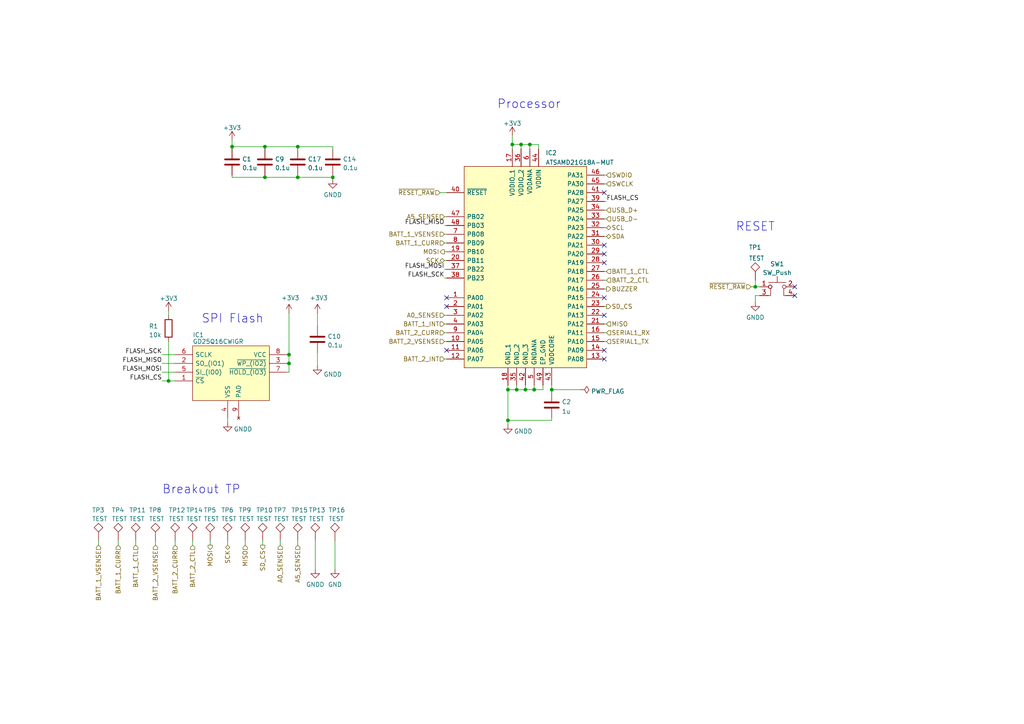
<source format=kicad_sch>
(kicad_sch (version 20230121) (generator eeschema)
  (paper "A4")
  (lib_symbols
    (symbol "0.power-symbols:+3.3V" (power) (pin_names (offset 0))
      (property "Value" "+3.3V" (at 0 3.556 0))
      (symbol "+3.3V_0_1"
        (polyline (pts (xy -0.762 1.27) (xy 0 2.54)))
        (polyline (pts (xy 0 0) (xy 0 2.54)))
        (polyline (pts (xy 0 2.54) (xy 0.762 1.27)))
      )
      (symbol "+3.3V_1_1"
        (pin power_in line (at 0 0 90) (length 0) hide (name "+3V3") (number "1"))
      )
    )
    (symbol "0.power-symbols:GND" (power) (pin_names (offset 0))
      (property "Value" "GND" (at 0 -3.81 0))
      (symbol "GND_0_1"
        (polyline (pts (xy 0 0) (xy 0 -1.27) (xy 1.27 -1.27) (xy 0 -2.54) (xy -1.27 -1.27) (xy 0 -1.27)))
      )
      (symbol "GND_1_1"
        (pin power_in line (at 0 0 270) (length 0) hide (name "GND") (number "1"))
      )
    )
    (symbol "0.power-symbols:GNDD" (power) (pin_names (offset 0))
      (property "Value" "GNDD" (at 0 -3.81 0))
      (symbol "GNDD_0_1"
        (polyline (pts (xy 0 0) (xy 0 -1.27) (xy 1.27 -1.27) (xy 0 -2.54) (xy -1.27 -1.27) (xy 0 -1.27)))
      )
      (symbol "GNDD_1_1"
        (pin power_in line (at 0 0 270) (length 0) hide (name "GNDD") (number "1"))
      )
    )
    (symbol "0.power-symbols:PWR_FLAG" (power) (pin_numbers hide) (pin_names (offset 0) hide)
      (property "Value" "PWR_FLAG" (at 0 3.81 0))
      (symbol "PWR_FLAG_0_0"
        (pin power_out line (at 0 0 90) (length 0) (name "pwr") (number "1"))
      )
      (symbol "PWR_FLAG_0_1"
        (polyline (pts (xy 0 0) (xy 0 1.27) (xy -1.016 1.905) (xy 0 2.54) (xy 1.016 1.905) (xy 0 1.27)))
      )
    )
    (symbol "1.semi.embedded:GD25Q16CWIGR" (pin_names (offset 0.762))
      (property "Reference" "IC" (at -11.43 32.385 0))
      (property "Value" "GD25Q16CWIGR" (at -11.43 29.845 0))
      (symbol "GD25Q16CWIGR_0_0"
        (pin input line (at -16.51 -2.54 0) (length 5.08) (name "~{CS}") (number "1"))
        (pin bidirectional line (at -16.51 2.54 0) (length 5.08) (name "SO_(IO1)") (number "2"))
        (pin input line (at 15.875 2.54 180) (length 5.08) (name "~{WP_(IO2)}") (number "3"))
        (pin power_in line (at -1.27 -13.335 90) (length 5.08) (name "VSS") (number "4"))
        (pin bidirectional line (at -16.51 0 0) (length 5.08) (name "SI_(IO0)") (number "5"))
        (pin input line (at -16.51 5.08 0) (length 5.08) (name "SCLK") (number "6"))
        (pin input line (at 15.875 0 180) (length 5.08) (name "~{HOLD_(IO3)}") (number "7"))
        (pin power_in line (at 15.875 5.08 180) (length 5.08) (name "VCC") (number "8"))
        (pin no_connect line (at 1.905 -13.335 90) (length 5.08) (name "PAD") (number "9"))
      )
      (symbol "GD25Q16CWIGR_0_1"
        (polyline (pts (xy -11.43 7.62) (xy 10.795 7.62) (xy 10.795 -8.255) (xy -1.27 -8.255) (xy -11.43 -8.255) (xy -11.43 7.62)) (stroke (width 0.1524)) (fill (type background)))
      )
    )
    (symbol "1.semi.embedded_samdx:ATSAMD21G18A-MUT" (pin_names (offset 0.762))
      (property "Reference" "IC" (at 32.385 29.21 0))
      (property "Value" "ATSAMD21G18A-MUT" (at 32.385 26.67 0))
      (symbol "ATSAMD21G18A-MUT_0_0"
        (pin passive line (at -22.86 -7.62 0) (length 5.08) (name "PA00") (number "1"))
        (pin passive line (at -22.86 -20.32 0) (length 5.08) (name "PA05") (number "10"))
        (pin passive line (at -22.86 -22.86 0) (length 5.08) (name "PA06") (number "11"))
        (pin passive line (at -22.86 -25.4 0) (length 5.08) (name "PA07") (number "12"))
        (pin passive line (at 22.86 -25.4 180) (length 5.08) (name "PA08") (number "13"))
        (pin passive line (at 22.86 -22.86 180) (length 5.08) (name "PA09") (number "14"))
        (pin passive line (at 22.86 -20.32 180) (length 5.08) (name "PA10") (number "15"))
        (pin passive line (at 22.86 -17.78 180) (length 5.08) (name "PA11") (number "16"))
        (pin power_in line (at -3.81 35.56 270) (length 5.08) (name "VDDIO_1") (number "17"))
        (pin power_in line (at -5.08 -33.02 90) (length 5.08) (name "GND_1") (number "18"))
        (pin passive line (at -22.86 5.715 0) (length 5.08) (name "PB10") (number "19"))
        (pin passive line (at -22.86 -10.16 0) (length 5.08) (name "PA01") (number "2"))
        (pin passive line (at -22.86 3.175 0) (length 5.08) (name "PB11") (number "20"))
        (pin passive line (at 22.86 -15.24 180) (length 5.08) (name "PA12") (number "21"))
        (pin passive line (at 22.86 -12.7 180) (length 5.08) (name "PA13") (number "22"))
        (pin passive line (at 22.86 -10.16 180) (length 5.08) (name "PA14") (number "23"))
        (pin passive line (at 22.86 -7.62 180) (length 5.08) (name "PA15") (number "24"))
        (pin passive line (at 22.86 -5.08 180) (length 5.08) (name "PA16") (number "25"))
        (pin passive line (at 22.86 -2.54 180) (length 5.08) (name "PA17") (number "26"))
        (pin passive line (at 22.86 0 180) (length 5.08) (name "PA18") (number "27"))
        (pin passive line (at 22.86 2.54 180) (length 5.08) (name "PA19") (number "28"))
        (pin passive line (at 22.86 5.08 180) (length 5.08) (name "PA20") (number "29"))
        (pin passive line (at -22.86 -12.7 0) (length 5.08) (name "PA02") (number "3"))
        (pin passive line (at 22.86 7.62 180) (length 5.08) (name "PA21") (number "30"))
        (pin passive line (at 22.86 10.16 180) (length 5.08) (name "PA22") (number "31"))
        (pin passive line (at 22.86 12.7 180) (length 5.08) (name "PA23") (number "32"))
        (pin passive line (at 22.86 15.24 180) (length 5.08) (name "PA24") (number "33"))
        (pin passive line (at 22.86 17.78 180) (length 5.08) (name "PA25") (number "34"))
        (pin power_in line (at -2.54 -33.02 90) (length 5.08) (name "GND_2") (number "35"))
        (pin power_in line (at -1.27 35.56 270) (length 5.08) (name "VDDIO_2") (number "36"))
        (pin passive line (at -22.86 0.635 0) (length 5.08) (name "PB22") (number "37"))
        (pin passive line (at -22.86 -1.905 0) (length 5.08) (name "PB23") (number "38"))
        (pin passive line (at 22.86 20.32 180) (length 5.08) (name "PA27") (number "39"))
        (pin passive line (at -22.86 -15.24 0) (length 5.08) (name "PA03") (number "4"))
        (pin passive line (at -22.86 22.86 0) (length 5.08) (name "~{RESET}") (number "40"))
        (pin passive line (at 22.86 22.86 180) (length 5.08) (name "PA28") (number "41"))
        (pin power_in line (at 0 -33.02 90) (length 5.08) (name "GND_3") (number "42"))
        (pin power_in line (at 7.62 -33.02 90) (length 5.08) (name "VDDCORE") (number "43"))
        (pin power_in line (at 3.81 35.56 270) (length 5.08) (name "VDDIN") (number "44"))
        (pin passive line (at 22.86 25.4 180) (length 5.08) (name "PA30") (number "45"))
        (pin passive line (at 22.86 27.94 180) (length 5.08) (name "PA31") (number "46"))
        (pin passive line (at -22.86 15.875 0) (length 5.08) (name "PB02") (number "47"))
        (pin passive line (at -22.86 13.335 0) (length 5.08) (name "PB03") (number "48"))
        (pin power_in line (at 5.08 -33.02 90) (length 5.08) (name "EP_GND") (number "49"))
        (pin power_in line (at 2.54 -33.02 90) (length 5.08) (name "GNDANA") (number "5"))
        (pin power_in line (at 1.27 35.56 270) (length 5.08) (name "VDDANA") (number "6"))
        (pin passive line (at -22.86 10.795 0) (length 5.08) (name "PB08") (number "7"))
        (pin passive line (at -22.86 8.255 0) (length 5.08) (name "PB09") (number "8"))
        (pin passive line (at -22.86 -17.78 0) (length 5.08) (name "PA04") (number "9"))
      )
      (symbol "ATSAMD21G18A-MUT_0_1"
        (polyline (pts (xy -17.78 30.48) (xy 17.78 30.48) (xy 17.78 -27.94) (xy -17.78 -27.94) (xy -17.78 30.48)) (stroke (width 0.1524)) (fill (type background)))
      )
    )
    (symbol "2.passive:C" (pin_numbers hide) (pin_names (offset 0.254))
      (property "Reference" "C" (at 0.635 2.54 0))
      (property "Value" "C" (at 0.635 -2.54 0))
      (symbol "C_0_1"
        (polyline (pts (xy -2.032 -0.762) (xy 2.032 -0.762)) (stroke (width 0.508)))
        (polyline (pts (xy -2.032 0.762) (xy 2.032 0.762)) (stroke (width 0.508)))
      )
      (symbol "C_1_1"
        (pin passive line (at 0 3.81 270) (length 2.794) (name "~") (number "1"))
        (pin passive line (at 0 -3.81 90) (length 2.794) (name "~") (number "2"))
      )
    )
    (symbol "2.passive:R" (pin_numbers hide) (pin_names (offset 0))
      (property "Reference" "R" (at 2.032 0 90))
      (property "Value" "R" (at 0 0 90))
      (symbol "R_0_1"
        (rectangle (start -1.016 -2.54) (end 1.016 2.54) (stroke (width 0.254)))
      )
      (symbol "R_1_1"
        (pin passive line (at 0 3.81 270) (length 1.27) (name "~") (number "1"))
        (pin passive line (at 0 -3.81 90) (length 1.27) (name "~") (number "2"))
      )
    )
    (symbol "3.electromechanical.switch:SW_Push" (pin_names (offset 1.016) hide)
      (property "Reference" "SW" (at 1.27 2.54 0))
      (property "Value" "SW_Push" (at 0 -3.81 0))
      (symbol "SW_Push_0_1"
        (circle (center -2.032 0) (radius 0.508))
        (circle (center -2.032 0) (radius 0.508))
        (polyline (pts (xy 0 1.27) (xy 0 3.048)))
        (polyline (pts (xy 2.54 1.27) (xy -2.54 1.27)))
        (polyline (pts (xy -2.54 -2.54) (xy -1.905 -2.54) (xy -1.905 -0.635)))
        (polyline (pts (xy 2.54 -2.54) (xy 1.905 -2.54) (xy 1.905 -0.635)))
        (circle (center 2.032 0) (radius 0.508))
        (pin input line (at -5.08 0 0) (length 2.54) (name "1") (number "1"))
        (pin input line (at 5.08 0 180) (length 2.54) (name "2") (number "2"))
      )
      (symbol "SW_Push_1_1"
        (pin passive line (at -5.08 -2.54 0) (length 2.54) (name "3") (number "3"))
        (pin passive line (at 5.08 -2.54 180) (length 2.54) (name "4") (number "4"))
      )
    )
    (symbol "5.connector.interconnect:TEST" (pin_numbers hide) (pin_names (offset 1.016) hide)
      (property "Reference" "TP" (at 0 7.62 0))
      (property "Value" "TEST" (at 0 6.35 0))
      (symbol "TEST_0_1"
        (polyline (pts (xy 0 5.08) (xy -1.27 3.81) (xy 0 2.54) (xy 1.27 3.81) (xy 0 5.08) (xy 0 5.08)))
      )
      (symbol "TEST_1_1"
        (pin passive line (at 0 0 90) (length 2.54) (name "~") (number "1"))
      )
    )
  )
  (junction (at 153.67 41.91))
  (junction (at 152.4 113.03))
  (junction (at 154.94 113.03))
  (junction (at 86.36 51.435))
  (junction (at 148.59 41.91))
  (junction (at 149.86 113.03))
  (junction (at 83.82 105.41))
  (junction (at 147.32 113.03))
  (junction (at 48.895 110.49))
  (junction (at 219.075 83.185))
  (junction (at 151.13 41.91))
  (junction (at 147.32 121.92))
  (junction (at 76.835 42.545))
  (junction (at 76.835 51.435))
  (junction (at 67.31 42.545))
  (junction (at 96.52 51.435))
  (junction (at 160.02 113.03))
  (junction (at 83.82 102.87))
  (junction (at 86.36 42.545))
  (no_connect (at 230.505 85.725))
  (no_connect (at 175.26 91.44))
  (no_connect (at 175.26 86.36))
  (no_connect (at 175.26 76.2))
  (no_connect (at 129.54 101.6))
  (no_connect (at 175.26 104.14))
  (no_connect (at 175.26 101.6))
  (no_connect (at 129.54 86.36))
  (no_connect (at 230.505 83.185))
  (no_connect (at 175.26 73.66))
  (no_connect (at 175.26 55.88))
  (no_connect (at 175.26 71.12))
  (no_connect (at 129.54 88.9))
  (wire (pts (xy 219.075 81.28) (xy 219.075 83.185)))
  (wire (pts (xy 153.67 41.91) (xy 156.21 41.91)))
  (wire (pts (xy 67.31 42.545) (xy 76.835 42.545)))
  (wire (pts (xy 153.67 41.91) (xy 153.67 43.18)))
  (wire (pts (xy 147.32 113.03) (xy 147.32 121.92)))
  (wire (pts (xy 39.37 156.845) (xy 39.37 158.115)))
  (wire (pts (xy 76.835 42.545) (xy 86.36 42.545)))
  (wire (pts (xy 50.8 156.845) (xy 50.8 158.115)))
  (wire (pts (xy 55.88 156.845) (xy 55.88 158.115)))
  (wire (pts (xy 67.31 43.18) (xy 67.31 42.545)))
  (wire (pts (xy 152.4 113.03) (xy 152.4 111.76)))
  (wire (pts (xy 127.635 55.88) (xy 129.54 55.88)))
  (wire (pts (xy 76.2 156.845) (xy 76.2 158.115)))
  (wire (pts (xy 175.26 99.06) (xy 175.895 99.06)))
  (wire (pts (xy 76.835 42.545) (xy 76.835 43.18)))
  (wire (pts (xy 96.52 51.435) (xy 86.36 51.435)))
  (wire (pts (xy 128.905 62.865) (xy 129.54 62.865)))
  (wire (pts (xy 160.02 121.92) (xy 147.32 121.92)))
  (wire (pts (xy 83.185 107.95) (xy 83.82 107.95)))
  (wire (pts (xy 219.075 85.725) (xy 219.075 87.63)))
  (wire (pts (xy 128.905 78.105) (xy 129.54 78.105)))
  (wire (pts (xy 71.12 156.845) (xy 71.12 158.115)))
  (wire (pts (xy 151.13 41.91) (xy 153.67 41.91)))
  (wire (pts (xy 96.52 51.435) (xy 96.52 52.07)))
  (wire (pts (xy 67.31 50.8) (xy 67.31 51.435)))
  (wire (pts (xy 128.905 67.945) (xy 129.54 67.945)))
  (wire (pts (xy 128.905 65.405) (xy 129.54 65.405)))
  (wire (pts (xy 219.075 83.185) (xy 220.345 83.185)))
  (wire (pts (xy 128.905 80.645) (xy 129.54 80.645)))
  (wire (pts (xy 220.345 85.725) (xy 219.075 85.725)))
  (wire (pts (xy 83.82 105.41) (xy 83.82 107.95)))
  (wire (pts (xy 86.36 156.845) (xy 86.36 158.115)))
  (wire (pts (xy 147.32 113.03) (xy 147.32 111.76)))
  (wire (pts (xy 46.99 105.41) (xy 50.8 105.41)))
  (wire (pts (xy 46.99 107.95) (xy 50.8 107.95)))
  (wire (pts (xy 60.96 156.845) (xy 60.96 158.115)))
  (wire (pts (xy 83.82 90.805) (xy 83.82 102.87)))
  (wire (pts (xy 45.085 156.845) (xy 45.085 158.115)))
  (wire (pts (xy 147.32 121.92) (xy 147.32 123.19)))
  (wire (pts (xy 175.26 78.74) (xy 175.895 78.74)))
  (wire (pts (xy 97.155 156.845) (xy 97.155 165.1)))
  (wire (pts (xy 147.32 113.03) (xy 149.86 113.03)))
  (wire (pts (xy 175.895 68.58) (xy 175.26 68.58)))
  (wire (pts (xy 154.94 113.03) (xy 154.94 111.76)))
  (wire (pts (xy 66.04 122.555) (xy 66.04 121.285)))
  (wire (pts (xy 160.02 111.76) (xy 160.02 113.03)))
  (wire (pts (xy 66.04 156.845) (xy 66.04 158.115)))
  (wire (pts (xy 28.575 156.845) (xy 28.575 158.115)))
  (wire (pts (xy 48.895 99.06) (xy 48.895 110.49)))
  (wire (pts (xy 92.075 102.235) (xy 92.075 106.045)))
  (wire (pts (xy 175.26 53.34) (xy 175.895 53.34)))
  (wire (pts (xy 128.905 75.565) (xy 129.54 75.565)))
  (wire (pts (xy 175.26 83.82) (xy 175.895 83.82)))
  (wire (pts (xy 151.13 41.91) (xy 151.13 43.18)))
  (wire (pts (xy 175.26 81.28) (xy 175.895 81.28)))
  (wire (pts (xy 96.52 42.545) (xy 96.52 43.18)))
  (wire (pts (xy 160.02 113.03) (xy 168.275 113.03)))
  (wire (pts (xy 76.835 51.435) (xy 86.36 51.435)))
  (wire (pts (xy 149.86 113.03) (xy 152.4 113.03)))
  (wire (pts (xy 92.075 90.805) (xy 92.075 94.615)))
  (wire (pts (xy 148.59 39.37) (xy 148.59 41.91)))
  (wire (pts (xy 175.26 50.8) (xy 175.895 50.8)))
  (wire (pts (xy 128.905 91.44) (xy 129.54 91.44)))
  (wire (pts (xy 128.905 70.485) (xy 129.54 70.485)))
  (wire (pts (xy 81.28 156.845) (xy 81.28 158.115)))
  (wire (pts (xy 91.44 156.845) (xy 91.44 165.1)))
  (wire (pts (xy 217.805 83.185) (xy 219.075 83.185)))
  (wire (pts (xy 83.82 102.87) (xy 83.82 105.41)))
  (wire (pts (xy 148.59 41.91) (xy 151.13 41.91)))
  (wire (pts (xy 175.26 88.9) (xy 175.895 88.9)))
  (wire (pts (xy 86.36 43.18) (xy 86.36 42.545)))
  (wire (pts (xy 96.52 50.8) (xy 96.52 51.435)))
  (wire (pts (xy 149.86 113.03) (xy 149.86 111.76)))
  (wire (pts (xy 67.31 51.435) (xy 76.835 51.435)))
  (wire (pts (xy 67.31 40.64) (xy 67.31 42.545)))
  (wire (pts (xy 175.895 66.04) (xy 175.26 66.04)))
  (wire (pts (xy 83.185 102.87) (xy 83.82 102.87)))
  (wire (pts (xy 175.26 93.98) (xy 175.895 93.98)))
  (wire (pts (xy 152.4 113.03) (xy 154.94 113.03)))
  (wire (pts (xy 128.905 99.06) (xy 129.54 99.06)))
  (wire (pts (xy 34.29 156.845) (xy 34.29 158.115)))
  (wire (pts (xy 175.895 58.42) (xy 175.26 58.42)))
  (wire (pts (xy 48.895 110.49) (xy 50.8 110.49)))
  (wire (pts (xy 128.905 93.98) (xy 129.54 93.98)))
  (wire (pts (xy 160.02 113.03) (xy 160.02 113.665)))
  (wire (pts (xy 160.02 121.92) (xy 160.02 121.285)))
  (wire (pts (xy 128.905 73.025) (xy 129.54 73.025)))
  (wire (pts (xy 156.21 41.91) (xy 156.21 43.18)))
  (wire (pts (xy 96.52 42.545) (xy 86.36 42.545)))
  (wire (pts (xy 83.185 105.41) (xy 83.82 105.41)))
  (wire (pts (xy 46.99 110.49) (xy 48.895 110.49)))
  (wire (pts (xy 128.905 104.14) (xy 129.54 104.14)))
  (wire (pts (xy 154.94 113.03) (xy 157.48 113.03)))
  (wire (pts (xy 157.48 113.03) (xy 157.48 111.76)))
  (wire (pts (xy 175.26 96.52) (xy 175.895 96.52)))
  (wire (pts (xy 175.895 60.96) (xy 175.26 60.96)))
  (wire (pts (xy 46.99 102.87) (xy 50.8 102.87)))
  (wire (pts (xy 148.59 41.91) (xy 148.59 43.18)))
  (wire (pts (xy 48.895 90.17) (xy 48.895 91.44)))
  (wire (pts (xy 128.905 96.52) (xy 129.54 96.52)))
  (wire (pts (xy 76.835 50.8) (xy 76.835 51.435)))
  (wire (pts (xy 175.26 63.5) (xy 175.895 63.5)))
  (wire (pts (xy 86.36 50.8) (xy 86.36 51.435)))
  (text "SPI Flash" (at 58.42 93.98 0) (effects (font (size 2.4892 2.4892)) (justify left bottom)))
  (text "RESET" (at 213.36 67.31 0) (effects (font (size 2.4892 2.4892)) (justify left bottom)))
  (text "Breakout TP" (at 46.99 143.51 0) (effects (font (size 2.4892 2.4892)) (justify left bottom)))
  (text "Processor" (at 144.145 31.75 0) (effects (font (size 2.4892 2.4892)) (justify left bottom)))
  (label "FLASH_CS" (at 46.99 110.49 180))
  (label "FLASH_MISO" (at 128.905 65.405 180))
  (label "FLASH_MOSI" (at 46.99 107.95 180))
  (label "FLASH_MISO" (at 46.99 105.41 180))
  (label "FLASH_SCK" (at 46.99 102.87 180))
  (label "FLASH_MOSI" (at 128.905 78.105 180))
  (label "FLASH_CS" (at 175.895 58.42 0))
  (label "FLASH_SCK" (at 128.905 80.645 180))
  (hierarchical_label "MOSI" (shape output) (at 60.96 158.115 270))
  (hierarchical_label "SCK" (shape bidirectional) (at 128.905 75.565 180))
  (hierarchical_label "BATT_2_CURR" (shape input) (at 128.905 96.52 180))
  (hierarchical_label "BATT_2_INT" (shape input) (at 128.905 104.14 180))
  (hierarchical_label "SCK" (shape bidirectional) (at 66.04 158.115 270))
  (hierarchical_label "BATT_2_CTL" (shape input) (at 55.88 158.115 270))
  (hierarchical_label "SERIAL1_RX" (shape input) (at 175.895 96.52 0))
  (hierarchical_label "BATT_1_CURR" (shape input) (at 34.29 158.115 270))
  (hierarchical_label "BATT_2_CTL" (shape input) (at 175.895 81.28 0))
  (hierarchical_label "A5_SENSE" (shape input) (at 86.36 158.115 270))
  (hierarchical_label "MOSI" (shape output) (at 128.905 73.025 180))
  (hierarchical_label "BATT_1_CTL" (shape input) (at 39.37 158.115 270))
  (hierarchical_label "SCL" (shape bidirectional) (at 175.895 66.04 0))
  (hierarchical_label "USB_D-" (shape input) (at 175.895 63.5 0))
  (hierarchical_label "MISO" (shape input) (at 71.12 158.115 270))
  (hierarchical_label "BATT_2_CURR" (shape input) (at 50.8 158.115 270))
  (hierarchical_label "A0_SENSE" (shape input) (at 128.905 91.44 180))
  (hierarchical_label "BATT_1_INT" (shape input) (at 128.905 93.98 180))
  (hierarchical_label "SD_CS" (shape output) (at 175.895 88.9 0))
  (hierarchical_label "~{RESET_RAW}" (shape input) (at 127.635 55.88 180))
  (hierarchical_label "MISO" (shape input) (at 175.895 93.98 0))
  (hierarchical_label "BUZZER" (shape output) (at 175.895 83.82 0))
  (hierarchical_label "BATT_1_VSENSE" (shape input) (at 28.575 158.115 270))
  (hierarchical_label "BATT_2_VSENSE" (shape input) (at 128.905 99.06 180))
  (hierarchical_label "SWDIO" (shape input) (at 175.895 50.8 0))
  (hierarchical_label "USB_D+" (shape input) (at 175.895 60.96 0))
  (hierarchical_label "A0_SENSE" (shape input) (at 81.28 158.115 270))
  (hierarchical_label "~{RESET_RAW}" (shape input) (at 217.805 83.185 180))
  (hierarchical_label "SDA" (shape bidirectional) (at 175.895 68.58 0))
  (hierarchical_label "A5_SENSE" (shape input) (at 128.905 62.865 180))
  (hierarchical_label "BATT_1_CURR" (shape input) (at 128.905 70.485 180))
  (hierarchical_label "SWCLK" (shape input) (at 175.895 53.34 0))
  (hierarchical_label "BATT_1_VSENSE" (shape input) (at 128.905 67.945 180))
  (hierarchical_label "BATT_1_CTL" (shape input) (at 175.895 78.74 0))
  (hierarchical_label "SERIAL1_TX" (shape input) (at 175.895 99.06 0))
  (hierarchical_label "SD_CS" (shape output) (at 76.2 158.115 270))
  (hierarchical_label "BATT_2_VSENSE" (shape input) (at 45.085 158.115 270))
  (symbol (lib_id "5.connector.interconnect:TEST") (at 66.04 156.845 0) (unit 1)
    (property "Reference" "TP6" (at 64.135 147.955 0) (effects (justify left)))
    (property "Value" "TEST" (at 64.135 150.4919 0) (effects (justify left)))
    (property "Footprint" "0_misc:test_point_2mm_square" (effects hide))
  )
  (symbol (lib_id "5.connector.interconnect:TEST") (at 45.085 156.845 0) (unit 1)
    (property "Reference" "TP8" (at 43.18 147.955 0) (effects (justify left)))
    (property "Value" "TEST" (at 43.18 150.4919 0) (effects (justify left)))
    (property "Footprint" "0_misc:test_point_2mm_square" (effects hide))
  )
  (symbol (lib_id "5.connector.interconnect:TEST") (at 91.44 156.845 0) (unit 1)
    (property "Reference" "TP13" (at 89.535 147.955 0) (effects (justify left)))
    (property "Value" "TEST" (at 89.535 150.4919 0) (effects (justify left)))
    (property "Footprint" "0_misc:test_point_2mm_square" (effects hide))
  )
  (symbol (lib_id "5.connector.interconnect:TEST") (at 219.075 81.28 0) (unit 1)
    (property "Reference" "TP1" (at 217.17 71.755 0) (effects (justify left)))
    (property "Value" "TEST" (at 217.17 74.93 0) (effects (justify left)))
    (property "Footprint" "0_misc:test_point_1.0mm_square" (effects hide))
  )
  (symbol (lib_id "2.passive:C") (at 76.835 46.99 180) (unit 1)
    (property "Reference" "C9" (at 79.756 46.1553 0) (effects (justify right)))
    (property "Value" "0.1u" (at 79.756 48.6922 0) (effects (justify right)))
    (property "Footprint" "2_Passives_Capacitors_SMD_IPC:C_1608_603_B" (effects hide))
    (property "PN" "2,5" (effects hide))
  )
  (symbol (lib_id "0.power-symbols:+3.3V") (at 83.82 90.805 0) (unit 1)
    (property "Reference" "#PWR015" (effects hide))
    (property "Value" "+3.3V" (at 84.201 86.4108 0))
  )
  (symbol (lib_id "5.connector.interconnect:TEST") (at 86.36 156.845 0) (unit 1)
    (property "Reference" "TP15" (at 84.455 147.955 0) (effects (justify left)))
    (property "Value" "TEST" (at 84.455 150.4919 0) (effects (justify left)))
    (property "Footprint" "0_misc:test_point_2mm_square" (effects hide))
  )
  (symbol (lib_id "2.passive:C") (at 92.075 98.425 180) (unit 1)
    (property "Reference" "C10" (at 94.996 97.5903 0) (effects (justify right)))
    (property "Value" "0.1u" (at 94.996 100.1272 0) (effects (justify right)))
    (property "Footprint" "2_Passives_Capacitors_SMD_IPC:C_1608_603_B" (effects hide))
    (property "PN" "2,5" (effects hide))
  )
  (symbol (lib_id "1.semi.embedded:GD25Q16CWIGR") (at 67.31 107.95 0) (unit 1)
    (property "Reference" "IC1" (at 55.88 97.155 0) (effects (justify left)))
    (property "Value" "GD25Q16CWIGR" (at 55.88 99.06 0) (effects (justify left)))
    (property "Footprint" "1_Semi_Misc:SOIC-8_3.9x4.9mm_P1.27mm" (effects hide))
    (property "Datasheet" "https://ms.componentsearchengine.com/Datasheets/1/GD25Q16CWIGR.pdf" (effects hide))
    (property "PN" "4,5" (effects hide))
  )
  (symbol (lib_id "2.passive:C") (at 86.36 46.99 180) (unit 1)
    (property "Reference" "C17" (at 89.281 46.1553 0) (effects (justify right)))
    (property "Value" "0.1u" (at 89.281 48.6922 0) (effects (justify right)))
    (property "Footprint" "2_Passives_Capacitors_SMD_IPC:C_1608_603_B" (effects hide))
    (property "PN" "2,5" (effects hide))
  )
  (symbol (lib_id "5.connector.interconnect:TEST") (at 39.37 156.845 0) (unit 1)
    (property "Reference" "TP11" (at 37.465 147.955 0) (effects (justify left)))
    (property "Value" "TEST" (at 37.465 150.4919 0) (effects (justify left)))
    (property "Footprint" "0_misc:test_point_2mm_square" (effects hide))
  )
  (symbol (lib_id "5.connector.interconnect:TEST") (at 28.575 156.845 0) (unit 1)
    (property "Reference" "TP3" (at 26.67 147.955 0) (effects (justify left)))
    (property "Value" "TEST" (at 26.67 150.4919 0) (effects (justify left)))
    (property "Footprint" "0_misc:test_point_2mm_square" (effects hide))
  )
  (symbol (lib_id "0.power-symbols:+3.3V") (at 67.31 40.64 0) (unit 1)
    (property "Reference" "#PWR016" (effects hide))
    (property "Value" "+3.3V" (at 67.31 37.0642 0))
  )
  (symbol (lib_id "5.connector.interconnect:TEST") (at 81.28 156.845 0) (unit 1)
    (property "Reference" "TP7" (at 79.375 147.955 0) (effects (justify left)))
    (property "Value" "TEST" (at 79.375 150.4919 0) (effects (justify left)))
    (property "Footprint" "0_misc:test_point_2mm_square" (effects hide))
  )
  (symbol (lib_id "2.passive:C") (at 96.52 46.99 180) (unit 1)
    (property "Reference" "C14" (at 99.441 46.1553 0) (effects (justify right)))
    (property "Value" "0.1u" (at 99.441 48.6922 0) (effects (justify right)))
    (property "Footprint" "2_Passives_Capacitors_SMD_IPC:C_1608_603_B" (effects hide))
    (property "PN" "2,5" (effects hide))
  )
  (symbol (lib_id "0.power-symbols:GNDD") (at 219.075 87.63 0) (unit 1)
    (property "Reference" "#PWR0135" (effects hide))
    (property "Value" "GNDD" (at 219.075 92.0734 0))
  )
  (symbol (lib_id "5.connector.interconnect:TEST") (at 60.96 156.845 0) (unit 1)
    (property "Reference" "TP5" (at 59.055 147.955 0) (effects (justify left)))
    (property "Value" "TEST" (at 59.055 150.4919 0) (effects (justify left)))
    (property "Footprint" "0_misc:test_point_2mm_square" (effects hide))
  )
  (symbol (lib_id "0.power-symbols:+3.3V") (at 48.895 90.17 0) (unit 1)
    (property "Reference" "#PWR013" (effects hide))
    (property "Value" "+3.3V" (at 48.895 86.5655 0))
  )
  (symbol (lib_id "0.power-symbols:+3.3V") (at 148.59 39.37 0) (unit 1)
    (property "Reference" "#PWR0154" (effects hide))
    (property "Value" "+3.3V" (at 148.59 35.7942 0))
  )
  (symbol (lib_id "0.power-symbols:GNDD") (at 66.04 122.555 0) (unit 1)
    (property "Reference" "#PWR014" (effects hide))
    (property "Value" "GNDD" (at 70.485 124.46 0))
  )
  (symbol (lib_id "2.passive:R") (at 48.895 95.25 0) (unit 1)
    (property "Reference" "R1" (at 43.18 94.615 0) (effects (justify left)))
    (property "Value" "10k" (at 43.18 97.155 0) (effects (justify left)))
    (property "Footprint" "2_Passives_Resistors_SMD_IPC:R_1608_603_B" (effects hide))
    (property "PN" "1,5" (effects hide))
  )
  (symbol (lib_id "1.semi.embedded_samdx:ATSAMD21G18A-MUT") (at 152.4 78.74 0) (unit 1)
    (property "Reference" "IC2" (at 158.2294 44.3443 0) (effects (justify left)))
    (property "Value" "ATSAMD21G18A-MUT" (at 158.2294 47.1194 0) (effects (justify left)))
    (property "Footprint" "1_Semi_QFN:QFN50P700X700X90-49N-D" (effects hide))
    (property "Datasheet" "https://datasheet.datasheetarchive.com/originals/distributors/DKDS41/DSANUWW0026743.pdf" (effects hide))
    (property "PN" "N/A" (effects hide))
  )
  (symbol (lib_id "0.power-symbols:GNDD") (at 96.52 52.07 0) (unit 1)
    (property "Reference" "#PWR0155" (effects hide))
    (property "Value" "GNDD" (at 96.52 56.5134 0))
  )
  (symbol (lib_id "5.connector.interconnect:TEST") (at 55.88 156.845 0) (unit 1)
    (property "Reference" "TP14" (at 53.975 147.955 0) (effects (justify left)))
    (property "Value" "TEST" (at 53.975 150.4919 0) (effects (justify left)))
    (property "Footprint" "0_misc:test_point_2mm_square" (effects hide))
  )
  (symbol (lib_id "2.passive:C") (at 160.02 117.475 0) (unit 1)
    (property "Reference" "C2" (at 162.941 116.5665 0) (effects (justify left)))
    (property "Value" "1u" (at 162.941 119.3416 0) (effects (justify left)))
    (property "Footprint" "2_Passives_Capacitors_SMD_IPC:C_1608_603_B" (effects hide))
    (property "PN" "2,4" (effects hide))
  )
  (symbol (lib_id "0.power-symbols:GNDD") (at 92.075 106.045 0) (unit 1)
    (property "Reference" "#PWR0137" (effects hide))
    (property "Value" "GNDD" (at 96.52 108.585 0))
  )
  (symbol (lib_id "5.connector.interconnect:TEST") (at 76.2 156.845 0) (unit 1)
    (property "Reference" "TP10" (at 74.295 147.955 0) (effects (justify left)))
    (property "Value" "TEST" (at 74.295 150.4919 0) (effects (justify left)))
    (property "Footprint" "0_misc:test_point_2mm_square" (effects hide))
  )
  (symbol (lib_id "5.connector.interconnect:TEST") (at 97.155 156.845 0) (unit 1)
    (property "Reference" "TP16" (at 95.25 147.955 0) (effects (justify left)))
    (property "Value" "TEST" (at 95.25 150.4919 0) (effects (justify left)))
    (property "Footprint" "0_misc:test_point_2mm_square" (effects hide))
  )
  (symbol (lib_id "5.connector.interconnect:TEST") (at 34.29 156.845 0) (unit 1)
    (property "Reference" "TP4" (at 32.385 147.955 0) (effects (justify left)))
    (property "Value" "TEST" (at 32.385 150.4919 0) (effects (justify left)))
    (property "Footprint" "0_misc:test_point_2mm_square" (effects hide))
  )
  (symbol (lib_id "0.power-symbols:GND") (at 97.155 165.1 0) (unit 1)
    (property "Reference" "#PWR0152" (effects hide))
    (property "Value" "GND" (at 97.155 169.5434 0))
  )
  (symbol (lib_id "0.power-symbols:+3.3V") (at 92.075 90.805 0) (unit 1)
    (property "Reference" "#PWR0140" (effects hide))
    (property "Value" "+3.3V" (at 92.456 86.4108 0))
  )
  (symbol (lib_id "0.power-symbols:GNDD") (at 147.32 123.19 0) (unit 1)
    (property "Reference" "#PWR019" (effects hide))
    (property "Value" "GNDD" (at 151.765 125.095 0))
  )
  (symbol (lib_id "5.connector.interconnect:TEST") (at 50.8 156.845 0) (unit 1)
    (property "Reference" "TP12" (at 48.895 147.955 0) (effects (justify left)))
    (property "Value" "TEST" (at 48.895 150.4919 0) (effects (justify left)))
    (property "Footprint" "0_misc:test_point_2mm_square" (effects hide))
  )
  (symbol (lib_id "0.power-symbols:PWR_FLAG") (at 168.275 113.03 270) (unit 1)
    (property "Reference" "#FLG01" (effects hide))
    (property "Value" "PWR_FLAG" (at 171.45 113.509 90) (effects (justify left)))
  )
  (symbol (lib_id "0.power-symbols:GNDD") (at 91.44 165.1 0) (unit 1)
    (property "Reference" "#PWR0139" (effects hide))
    (property "Value" "GNDD" (at 91.44 169.5434 0))
  )
  (symbol (lib_id "2.passive:C") (at 67.31 46.99 180) (unit 1)
    (property "Reference" "C1" (at 70.231 46.1553 0) (effects (justify right)))
    (property "Value" "0.1u" (at 70.231 48.6922 0) (effects (justify right)))
    (property "Footprint" "2_Passives_Capacitors_SMD_IPC:C_1608_603_B" (effects hide))
    (property "PN" "2,5" (effects hide))
  )
  (symbol (lib_id "3.electromechanical.switch:SW_Push") (at 225.425 83.185 0) (unit 1)
    (property "Reference" "SW1" (at 225.425 76.5642 0))
    (property "Value" "SW_Push" (at 225.425 79.1011 0))
    (property "Footprint" "3_Electromechanical_Buttons_Switches_SMD:KMR243GLFG" (effects hide))
    (property "PN" "5,8" (effects hide))
  )
  (symbol (lib_id "5.connector.interconnect:TEST") (at 71.12 156.845 0) (unit 1)
    (property "Reference" "TP9" (at 69.215 147.955 0) (effects (justify left)))
    (property "Value" "TEST" (at 69.215 150.4919 0) (effects (justify left)))
    (property "Footprint" "0_misc:test_point_2mm_square" (effects hide))
  )
)
</source>
